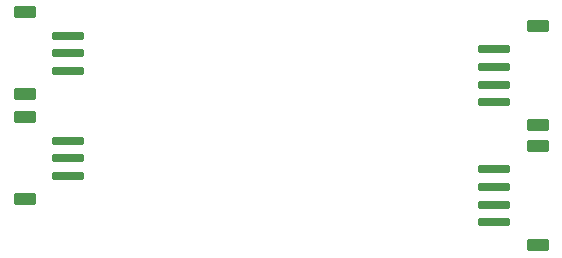
<source format=gbr>
%TF.GenerationSoftware,KiCad,Pcbnew,9.0.1*%
%TF.CreationDate,2025-06-01T13:31:13+09:00*%
%TF.ProjectId,DevTool,44657654-6f6f-46c2-9e6b-696361645f70,rev?*%
%TF.SameCoordinates,Original*%
%TF.FileFunction,Paste,Bot*%
%TF.FilePolarity,Positive*%
%FSLAX46Y46*%
G04 Gerber Fmt 4.6, Leading zero omitted, Abs format (unit mm)*
G04 Created by KiCad (PCBNEW 9.0.1) date 2025-06-01 13:31:13*
%MOMM*%
%LPD*%
G01*
G04 APERTURE LIST*
G04 Aperture macros list*
%AMRoundRect*
0 Rectangle with rounded corners*
0 $1 Rounding radius*
0 $2 $3 $4 $5 $6 $7 $8 $9 X,Y pos of 4 corners*
0 Add a 4 corners polygon primitive as box body*
4,1,4,$2,$3,$4,$5,$6,$7,$8,$9,$2,$3,0*
0 Add four circle primitives for the rounded corners*
1,1,$1+$1,$2,$3*
1,1,$1+$1,$4,$5*
1,1,$1+$1,$6,$7*
1,1,$1+$1,$8,$9*
0 Add four rect primitives between the rounded corners*
20,1,$1+$1,$2,$3,$4,$5,0*
20,1,$1+$1,$4,$5,$6,$7,0*
20,1,$1+$1,$6,$7,$8,$9,0*
20,1,$1+$1,$8,$9,$2,$3,0*%
G04 Aperture macros list end*
%ADD10RoundRect,0.175000X1.175000X-0.175000X1.175000X0.175000X-1.175000X0.175000X-1.175000X-0.175000X0*%
%ADD11RoundRect,0.250000X0.700000X-0.300000X0.700000X0.300000X-0.700000X0.300000X-0.700000X-0.300000X0*%
%ADD12RoundRect,0.175000X-1.175000X0.175000X-1.175000X-0.175000X1.175000X-0.175000X1.175000X0.175000X0*%
%ADD13RoundRect,0.250000X-0.700000X0.300000X-0.700000X-0.300000X0.700000X-0.300000X0.700000X0.300000X0*%
G04 APERTURE END LIST*
D10*
%TO.C,J21*%
X114680000Y-105640000D03*
X114680000Y-104140000D03*
X114680000Y-102640000D03*
D11*
X110980000Y-107590000D03*
X110980000Y-100690000D03*
%TD*%
D12*
%TO.C,J23*%
X150750000Y-105065000D03*
X150750000Y-106565000D03*
X150750000Y-108065000D03*
X150750000Y-109565000D03*
D13*
X154450000Y-103115000D03*
X154450000Y-111515000D03*
%TD*%
D12*
%TO.C,J14*%
X150750000Y-94905000D03*
X150750000Y-96405000D03*
X150750000Y-97905000D03*
X150750000Y-99405000D03*
D13*
X154450000Y-92955000D03*
X154450000Y-101355000D03*
%TD*%
D10*
%TO.C,J13*%
X114680000Y-96750000D03*
X114680000Y-95250000D03*
X114680000Y-93750000D03*
D11*
X110980000Y-98700000D03*
X110980000Y-91800000D03*
%TD*%
M02*

</source>
